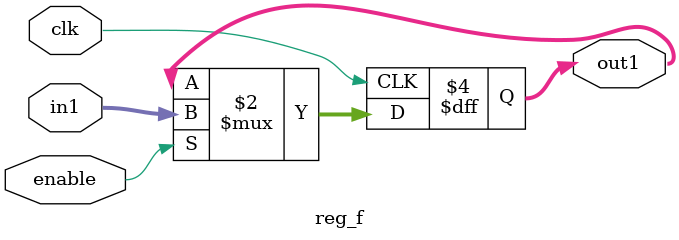
<source format=v>
/*
module to act as our clk for the fetch stage

inputs:
  - enable: wire from hazard unit. decides if we should stall or not (passing in not stall)
  - in1: our program counter

output:
  - out1: our program counter, released after rising clk edge
*/

module reg_f(
  input wire clk,
  input wire enable,
  input wire [31:0] in1,
  output reg [31:0] out1);

  //if posedge clk, pass value through
  always @(posedge clk) begin
    if(enable)
      out1 <= in1;
  end

endmodule

</source>
